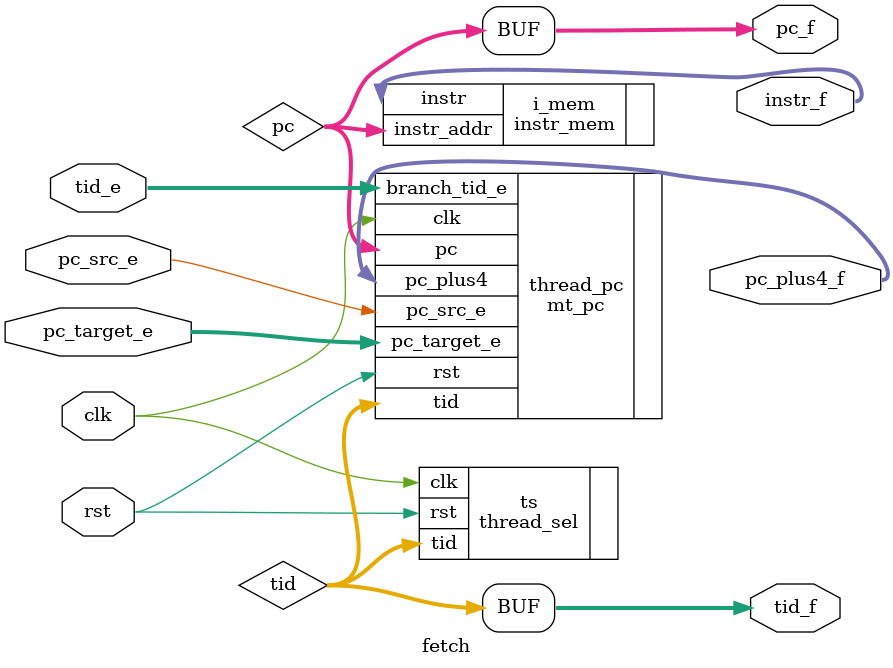
<source format=v>


module fetch #(
    parameter DATA_WIDTH = 32,
    parameter ADDRESS_WIDTH = 32,
    parameter NUM_THREADS = 8,
    parameter BITS_THREADS = $clog2(NUM_THREADS)
) (
    input clk, rst,

    input pc_src_e,
    input [ADDRESS_WIDTH-1:0] pc_target_e,
    input [BITS_THREADS-1:0] tid_e,

    output [ADDRESS_WIDTH-1:0] pc_f, pc_plus4_f,
    output [DATA_WIDTH-1:0] instr_f,
    output [BITS_THREADS-1:0] tid_f

);

    wire [31:0] pc;
    wire [BITS_THREADS-1:0] tid;

    thread_sel ts (
        .clk(clk),
        .rst(rst),
        .tid(tid)
    );

    mt_pc thread_pc(
        .clk(clk),
        .rst(rst),
        .tid(tid),
        .pc_src_e(pc_src_e),
        .branch_tid_e(tid_e),
        .pc_target_e(pc_target_e),
        .pc(pc),
        .pc_plus4(pc_plus4_f)
    );

    instr_mem i_mem (
        .instr_addr(pc),
        .instr(instr_f)
    );

    assign pc_f = pc;
    assign tid_f = tid;

endmodule

</source>
